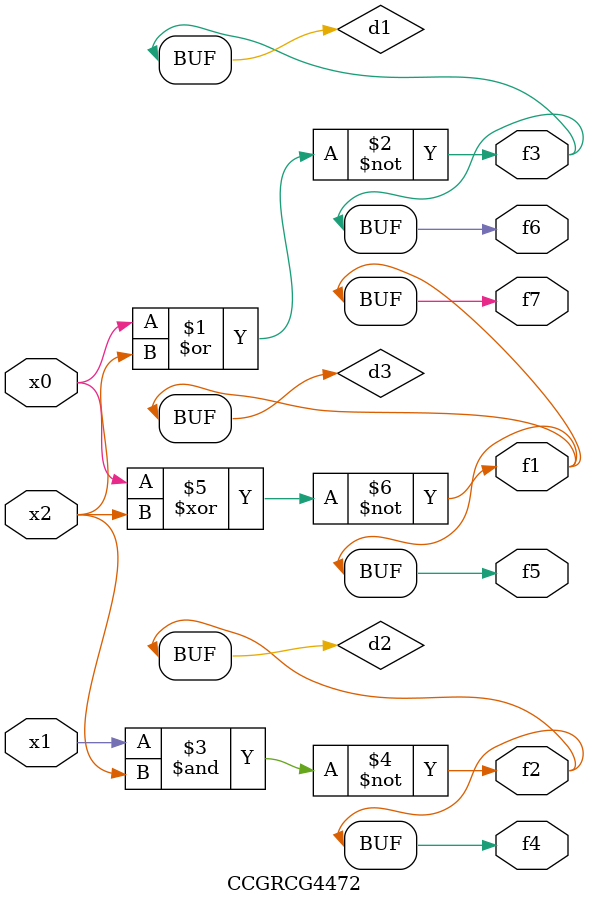
<source format=v>
module CCGRCG4472(
	input x0, x1, x2,
	output f1, f2, f3, f4, f5, f6, f7
);

	wire d1, d2, d3;

	nor (d1, x0, x2);
	nand (d2, x1, x2);
	xnor (d3, x0, x2);
	assign f1 = d3;
	assign f2 = d2;
	assign f3 = d1;
	assign f4 = d2;
	assign f5 = d3;
	assign f6 = d1;
	assign f7 = d3;
endmodule

</source>
